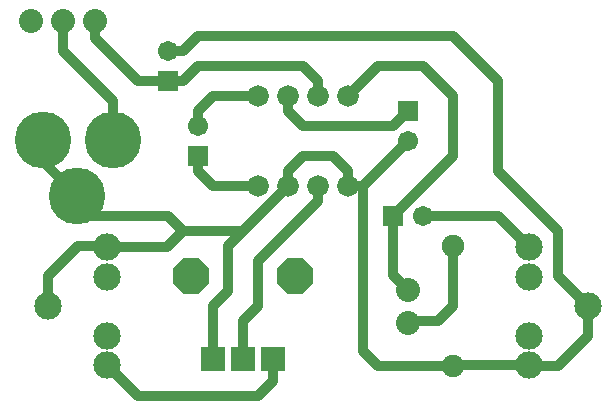
<source format=gbl>
G75*
%MOIN*%
%OFA0B0*%
%FSLAX25Y25*%
%IPPOS*%
%LPD*%
%AMOC8*
5,1,8,0,0,1.08239X$1,22.5*
%
%ADD10R,0.06756X0.06756*%
%ADD11C,0.06756*%
%ADD12C,0.08000*%
%ADD13C,0.07200*%
%ADD14C,0.09118*%
%ADD15C,0.07543*%
%ADD16R,0.07937X0.07937*%
%ADD17OC8,0.11874*%
%ADD18C,0.18898*%
%ADD19C,0.03200*%
D10*
X0083573Y0086000D03*
X0073573Y0111000D03*
X0148573Y0066000D03*
X0153573Y0101000D03*
D11*
X0153573Y0091000D03*
X0158573Y0066000D03*
X0083573Y0096000D03*
X0073573Y0121000D03*
D12*
X0049273Y0131000D03*
X0038573Y0131000D03*
X0027873Y0131000D03*
X0153573Y0041500D03*
X0153573Y0030500D03*
D13*
X0133573Y0076000D03*
X0123573Y0076000D03*
X0113573Y0076000D03*
X0103573Y0076000D03*
X0103573Y0106000D03*
X0113573Y0106000D03*
X0123573Y0106000D03*
X0133573Y0106000D03*
D14*
X0053258Y0016315D03*
X0053258Y0026157D03*
X0033573Y0036000D03*
X0053258Y0045843D03*
X0053258Y0055685D03*
X0193888Y0055685D03*
X0193888Y0045843D03*
X0213573Y0036000D03*
X0193888Y0026157D03*
X0193888Y0016315D03*
D15*
X0168573Y0016000D03*
X0168573Y0056000D03*
D16*
X0108415Y0018441D03*
X0098573Y0018441D03*
X0088730Y0018441D03*
D17*
X0081250Y0046000D03*
X0115896Y0046000D03*
D18*
X0043337Y0072890D03*
X0031919Y0091394D03*
X0055148Y0091394D03*
D19*
X0055148Y0104425D01*
X0038573Y0121000D01*
X0038573Y0131000D01*
X0049273Y0131000D02*
X0049273Y0125300D01*
X0063573Y0111000D01*
X0073573Y0111000D01*
X0078573Y0111000D01*
X0083573Y0116000D01*
X0118573Y0116000D01*
X0123573Y0111000D01*
X0123573Y0106000D01*
X0133573Y0106000D02*
X0143573Y0116000D01*
X0158573Y0116000D01*
X0168573Y0106000D01*
X0168573Y0086000D01*
X0148573Y0066000D01*
X0148573Y0046500D01*
X0153573Y0041500D01*
X0154073Y0031000D02*
X0153573Y0030500D01*
X0154073Y0031000D02*
X0163573Y0031000D01*
X0168573Y0036000D01*
X0168573Y0056000D01*
X0158573Y0066000D02*
X0183573Y0066000D01*
X0193888Y0055685D01*
X0203573Y0061000D02*
X0203573Y0046000D01*
X0213573Y0036000D01*
X0213573Y0026000D01*
X0203573Y0016000D01*
X0193888Y0016000D01*
X0193888Y0016315D01*
X0168888Y0016315D01*
X0168573Y0016000D01*
X0143573Y0016000D01*
X0138573Y0021000D01*
X0138573Y0076000D01*
X0153573Y0091000D01*
X0148573Y0096000D02*
X0153573Y0101000D01*
X0148573Y0096000D02*
X0118573Y0096000D01*
X0113573Y0101000D01*
X0113573Y0106000D01*
X0103573Y0106000D02*
X0088573Y0106000D01*
X0083573Y0101000D01*
X0083573Y0096000D01*
X0083573Y0086000D02*
X0083573Y0081000D01*
X0088573Y0076000D01*
X0103573Y0076000D01*
X0113573Y0076000D02*
X0113573Y0081000D01*
X0118573Y0086000D01*
X0128573Y0086000D01*
X0133573Y0081000D01*
X0133573Y0076000D01*
X0138573Y0076000D01*
X0123573Y0076000D02*
X0123573Y0071000D01*
X0103573Y0051000D01*
X0103573Y0036000D01*
X0098573Y0031000D01*
X0098573Y0018441D01*
X0088730Y0018441D02*
X0088573Y0018441D01*
X0088573Y0036000D01*
X0093573Y0041000D01*
X0093573Y0056000D01*
X0098573Y0061000D01*
X0113573Y0076000D01*
X0098573Y0061000D02*
X0078573Y0061000D01*
X0073573Y0066000D01*
X0048573Y0066000D01*
X0043337Y0071236D01*
X0043337Y0072890D01*
X0031919Y0084307D01*
X0031919Y0091394D01*
X0073573Y0121000D02*
X0078573Y0121000D01*
X0083573Y0126000D01*
X0168573Y0126000D01*
X0183573Y0111000D01*
X0183573Y0081000D01*
X0203573Y0061000D01*
X0108415Y0018441D02*
X0108573Y0013283D01*
X0108573Y0011000D01*
X0103573Y0006000D01*
X0063573Y0006000D01*
X0053258Y0016315D01*
X0033573Y0036000D02*
X0033573Y0046000D01*
X0043573Y0056000D01*
X0052943Y0056000D01*
X0053258Y0055685D01*
X0073258Y0055685D01*
X0078573Y0061000D01*
M02*

</source>
